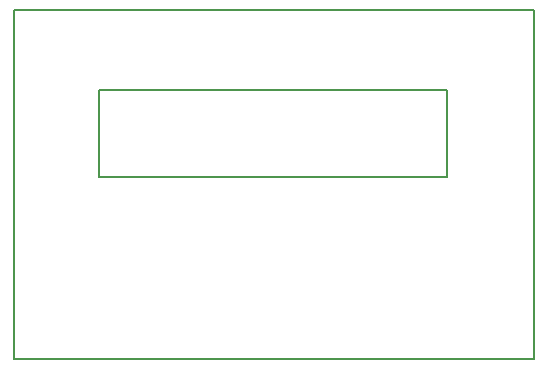
<source format=gbr>
G04 #@! TF.FileFunction,Profile,NP*
%FSLAX46Y46*%
G04 Gerber Fmt 4.6, Leading zero omitted, Abs format (unit mm)*
G04 Created by KiCad (PCBNEW 4.0.5+dfsg1-4) date Wed Oct 11 15:00:53 2017*
%MOMM*%
%LPD*%
G01*
G04 APERTURE LIST*
%ADD10C,0.100000*%
%ADD11C,0.150000*%
G04 APERTURE END LIST*
D10*
D11*
X107564880Y-102697760D02*
X107564880Y-73097760D01*
X151564880Y-102697760D02*
X107564880Y-102697760D01*
X151564880Y-73097760D02*
X151564880Y-102697760D01*
X107564880Y-73097760D02*
X151564880Y-73097760D01*
X114764880Y-79897760D02*
X114764880Y-87297760D01*
X144264880Y-79897760D02*
X144264880Y-87297760D01*
X114764880Y-79897760D02*
X114864880Y-79897760D01*
X144264880Y-87297760D02*
X114764880Y-87297760D01*
X114764880Y-79897760D02*
X144264880Y-79897760D01*
M02*

</source>
